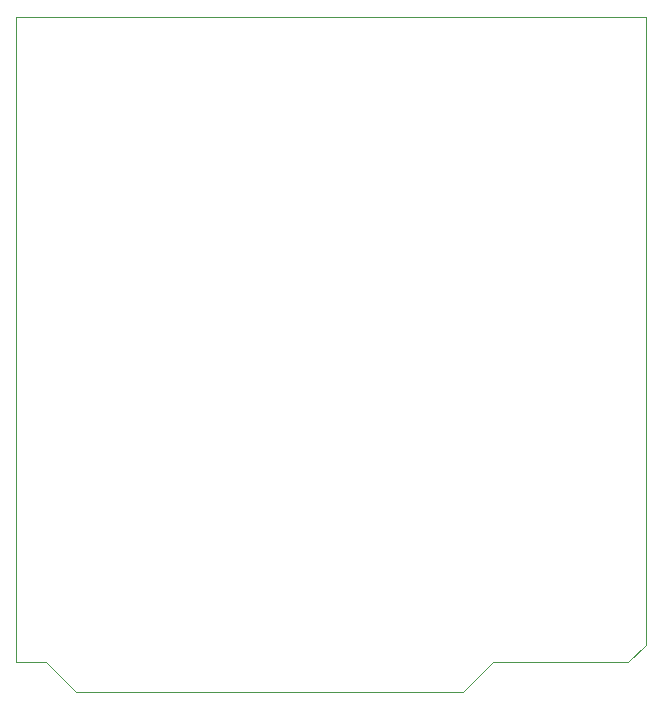
<source format=gm1>
G04 #@! TF.GenerationSoftware,KiCad,Pcbnew,8.0.6*
G04 #@! TF.CreationDate,2024-11-01T18:46:05+01:00*
G04 #@! TF.ProjectId,esp32s3board,65737033-3273-4336-926f-6172642e6b69,A*
G04 #@! TF.SameCoordinates,Original*
G04 #@! TF.FileFunction,Profile,NP*
%FSLAX46Y46*%
G04 Gerber Fmt 4.6, Leading zero omitted, Abs format (unit mm)*
G04 Created by KiCad (PCBNEW 8.0.6) date 2024-11-01 18:46:05*
%MOMM*%
%LPD*%
G01*
G04 APERTURE LIST*
G04 #@! TA.AperFunction,Profile*
%ADD10C,0.100000*%
G04 #@! TD*
G04 APERTURE END LIST*
D10*
X77470000Y-34544000D02*
X77470000Y-89154000D01*
X77470000Y-34544000D02*
X130810000Y-34544000D01*
X77470000Y-89154000D02*
X80010000Y-89154000D01*
X80010000Y-89154000D02*
X82550000Y-91694000D01*
X82550000Y-91694000D02*
X115320000Y-91694000D01*
X115320000Y-91694000D02*
X117860000Y-89154000D01*
X117860000Y-89154000D02*
X129290000Y-89154000D01*
X129290000Y-89154000D02*
X130810000Y-87634000D01*
X130810000Y-87634000D02*
X130810000Y-34544000D01*
M02*

</source>
